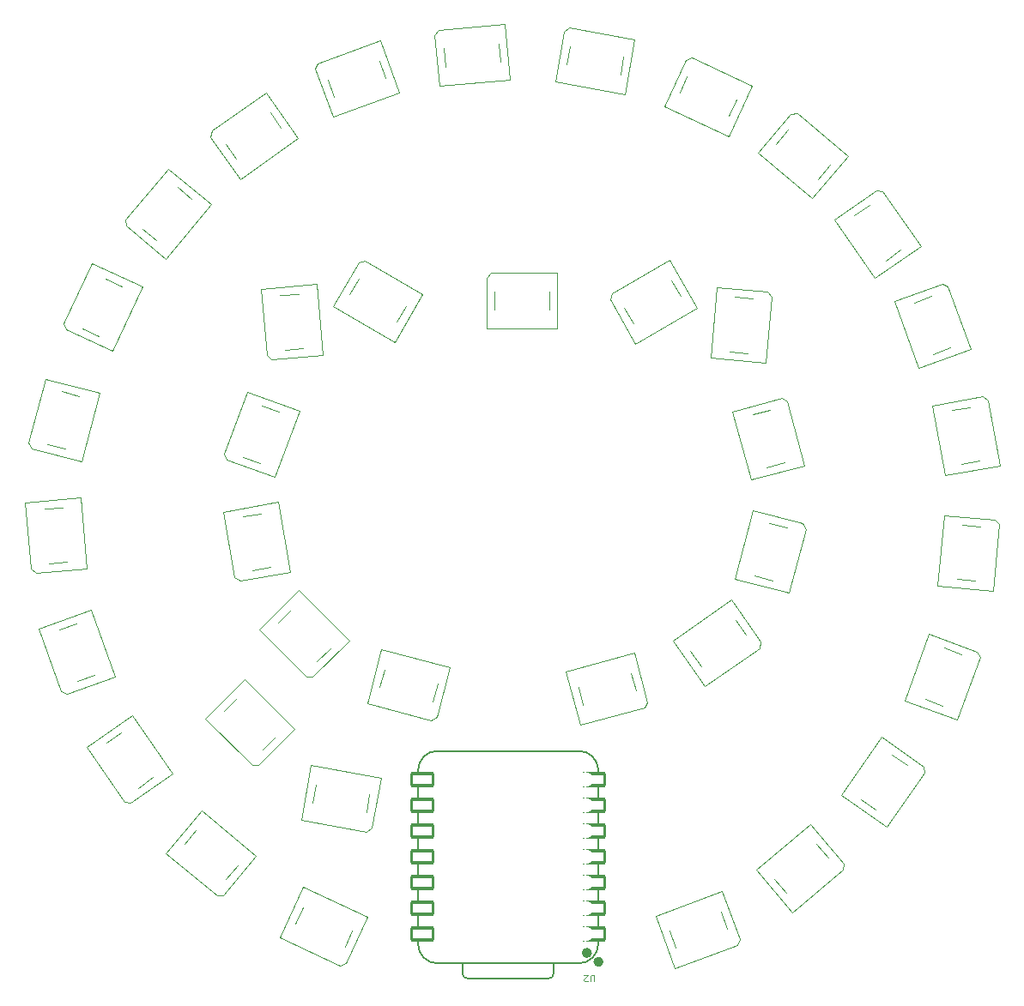
<source format=gto>
%TF.GenerationSoftware,KiCad,Pcbnew,9.0.1*%
%TF.CreationDate,2025-04-13T21:02:41-04:00*%
%TF.ProjectId,SuperPixel,53757065-7250-4697-9865-6c2e6b696361,rev?*%
%TF.SameCoordinates,Original*%
%TF.FileFunction,Legend,Top*%
%TF.FilePolarity,Positive*%
%FSLAX46Y46*%
G04 Gerber Fmt 4.6, Leading zero omitted, Abs format (unit mm)*
G04 Created by KiCad (PCBNEW 9.0.1) date 2025-04-13 21:02:41*
%MOMM*%
%LPD*%
G01*
G04 APERTURE LIST*
G04 Aperture macros list*
%AMRoundRect*
0 Rectangle with rounded corners*
0 $1 Rounding radius*
0 $2 $3 $4 $5 $6 $7 $8 $9 X,Y pos of 4 corners*
0 Add a 4 corners polygon primitive as box body*
4,1,4,$2,$3,$4,$5,$6,$7,$8,$9,$2,$3,0*
0 Add four circle primitives for the rounded corners*
1,1,$1+$1,$2,$3*
1,1,$1+$1,$4,$5*
1,1,$1+$1,$6,$7*
1,1,$1+$1,$8,$9*
0 Add four rect primitives between the rounded corners*
20,1,$1+$1,$2,$3,$4,$5,0*
20,1,$1+$1,$4,$5,$6,$7,0*
20,1,$1+$1,$6,$7,$8,$9,0*
20,1,$1+$1,$8,$9,$2,$3,0*%
%AMRotRect*
0 Rectangle, with rotation*
0 The origin of the aperture is its center*
0 $1 length*
0 $2 width*
0 $3 Rotation angle, in degrees counterclockwise*
0 Add horizontal line*
21,1,$1,$2,0,0,$3*%
G04 Aperture macros list end*
%ADD10C,0.101600*%
%ADD11C,0.127000*%
%ADD12C,0.100000*%
%ADD13C,0.504000*%
%ADD14C,0.120000*%
%ADD15RoundRect,0.152400X-1.063600X-0.609600X1.063600X-0.609600X1.063600X0.609600X-1.063600X0.609600X0*%
%ADD16C,1.524000*%
%ADD17RoundRect,0.152400X1.063600X0.609600X-1.063600X0.609600X-1.063600X-0.609600X1.063600X-0.609600X0*%
%ADD18RotRect,1.500000X1.000000X155.000000*%
%ADD19RotRect,1.500000X1.000000X185.000000*%
%ADD20RotRect,1.500000X1.000000X210.000000*%
%ADD21RotRect,1.500000X1.000000X305.000000*%
%ADD22RotRect,1.500000X1.000000X125.000000*%
%ADD23RotRect,1.500000X1.000000X140.000000*%
%ADD24RotRect,1.500000X1.000000X35.000000*%
%ADD25RotRect,1.500000X1.000000X15.000000*%
%ADD26RotRect,1.500000X1.000000X100.000000*%
%ADD27RotRect,1.500000X1.000000X150.000000*%
%ADD28R,1.500000X1.000000*%
%ADD29RotRect,1.500000X1.000000X20.000000*%
%ADD30RotRect,1.500000X1.000000X105.000000*%
%ADD31RotRect,1.500000X1.000000X40.000000*%
%ADD32RotRect,1.500000X1.000000X275.000000*%
%ADD33RotRect,1.500000X1.000000X345.000000*%
%ADD34RotRect,1.500000X1.000000X280.000000*%
%ADD35RotRect,1.500000X1.000000X245.000000*%
%ADD36RotRect,1.500000X1.000000X230.000000*%
%ADD37RotRect,1.500000X1.000000X250.000000*%
%ADD38RotRect,1.500000X1.000000X315.000000*%
%ADD39RotRect,1.500000X1.000000X110.000000*%
%ADD40RotRect,1.500000X1.000000X320.000000*%
%ADD41RotRect,1.500000X1.000000X255.000000*%
%ADD42RotRect,1.500000X1.000000X170.000000*%
%ADD43RotRect,1.500000X1.000000X350.000000*%
%ADD44RotRect,1.500000X1.000000X290.000000*%
%ADD45RotRect,1.500000X1.000000X70.000000*%
%ADD46RotRect,1.500000X1.000000X75.000000*%
%ADD47RotRect,1.500000X1.000000X200.000000*%
%ADD48RotRect,1.500000X1.000000X55.000000*%
%ADD49RotRect,1.500000X1.000000X85.000000*%
%ADD50RotRect,1.500000X1.000000X215.000000*%
%ADD51RotRect,1.500000X1.000000X335.000000*%
G04 APERTURE END LIST*
D10*
X162938809Y-131966520D02*
X162938809Y-131452473D01*
X162938809Y-131452473D02*
X162908571Y-131391997D01*
X162908571Y-131391997D02*
X162878333Y-131361759D01*
X162878333Y-131361759D02*
X162817857Y-131331520D01*
X162817857Y-131331520D02*
X162696904Y-131331520D01*
X162696904Y-131331520D02*
X162636428Y-131361759D01*
X162636428Y-131361759D02*
X162606190Y-131391997D01*
X162606190Y-131391997D02*
X162575952Y-131452473D01*
X162575952Y-131452473D02*
X162575952Y-131966520D01*
X162303809Y-131906044D02*
X162273571Y-131936282D01*
X162273571Y-131936282D02*
X162213095Y-131966520D01*
X162213095Y-131966520D02*
X162061904Y-131966520D01*
X162061904Y-131966520D02*
X162001428Y-131936282D01*
X162001428Y-131936282D02*
X161971190Y-131906044D01*
X161971190Y-131906044D02*
X161940952Y-131845568D01*
X161940952Y-131845568D02*
X161940952Y-131785092D01*
X161940952Y-131785092D02*
X161971190Y-131694378D01*
X161971190Y-131694378D02*
X162334047Y-131331520D01*
X162334047Y-131331520D02*
X161940952Y-131331520D01*
D11*
%TO.C,U2*%
X163345000Y-111111000D02*
X163345000Y-128256000D01*
X161440000Y-109206000D02*
X147470000Y-109206000D01*
X158950000Y-130161000D02*
X158946272Y-131171272D01*
X158446272Y-131671000D02*
X150451000Y-131671000D01*
X149951000Y-131171000D02*
X149951000Y-130161000D01*
D12*
X147470000Y-130161000D02*
X161440000Y-130161000D01*
D11*
X147470000Y-130161000D02*
X161440000Y-130161000D01*
X145565000Y-111111000D02*
X145565000Y-128256000D01*
X163345000Y-128256000D02*
G75*
G02*
X161440000Y-130161000I-1905001J1D01*
G01*
X161440000Y-109206000D02*
G75*
G02*
X163345000Y-111111000I-1J-1905001D01*
G01*
X158946272Y-131171272D02*
G75*
G02*
X158446272Y-131670999I-500018J291D01*
G01*
X150451000Y-131671000D02*
G75*
G02*
X149951000Y-131171000I0J500000D01*
G01*
X147470000Y-130161000D02*
G75*
G02*
X145565000Y-128256000I0J1905000D01*
G01*
X145565000Y-111111000D02*
G75*
G02*
X147470000Y-109206000I1905000J0D01*
G01*
D13*
X163611000Y-130020000D02*
G75*
G02*
X163107000Y-130020000I-252000J0D01*
G01*
X163107000Y-130020000D02*
G75*
G02*
X163611000Y-130020000I252000J0D01*
G01*
X162468000Y-129140000D02*
G75*
G02*
X161964000Y-129140000I-252000J0D01*
G01*
X161964000Y-129140000D02*
G75*
G02*
X162468000Y-129140000I252000J0D01*
G01*
D14*
%TO.C,D13*%
X171969946Y-40978263D02*
X169835722Y-45555117D01*
X172103325Y-42585188D02*
X171342613Y-44216543D01*
X172567961Y-40760603D02*
X171969946Y-40978263D01*
X176179876Y-48513445D02*
X169835722Y-45555117D01*
X176179876Y-48513445D02*
X178504278Y-43528753D01*
X176997387Y-44867327D02*
X176236675Y-46498682D01*
X178504278Y-43528753D02*
X172567961Y-40760603D01*
%TO.C,D11*%
X147202860Y-38513797D02*
X147642997Y-43544581D01*
X147611928Y-38026290D02*
X147202860Y-38513797D01*
X148121834Y-39838745D02*
X148278712Y-41631896D01*
X153501288Y-39368104D02*
X153658166Y-41161255D01*
X154137003Y-37455419D02*
X147611928Y-38026290D01*
X154616360Y-42934490D02*
X147642997Y-43544581D01*
X154616360Y-42934490D02*
X154137003Y-37455419D01*
%TO.C,D28*%
X164490679Y-64618778D02*
X167015676Y-68992200D01*
X164655389Y-64004068D02*
X164490679Y-64618778D01*
X165883497Y-65431214D02*
X166783496Y-66990060D01*
X170327854Y-60729072D02*
X164655389Y-64004068D01*
X170560034Y-62731212D02*
X171460033Y-64290058D01*
X173077855Y-65492201D02*
X167015676Y-68992200D01*
X173077855Y-65492201D02*
X170327854Y-60729072D01*
%TO.C,D3*%
X112856403Y-108831301D02*
X116613328Y-114196747D01*
X114830694Y-108425506D02*
X116305169Y-107393071D01*
X116613328Y-114196747D02*
X117240054Y-114307257D01*
X117240054Y-114307257D02*
X121376773Y-111410697D01*
X117361739Y-105676632D02*
X112856403Y-108831301D01*
X117361739Y-105676632D02*
X121376773Y-111410697D01*
X117928007Y-112848927D02*
X119402482Y-111816492D01*
%TO.C,D15*%
X190078581Y-55312072D02*
X188604105Y-56344508D01*
X190644849Y-62484367D02*
X186629815Y-56750302D01*
X190644849Y-62484367D02*
X195150185Y-59329698D01*
X190766534Y-53853742D02*
X186629815Y-56750302D01*
X191393260Y-53964252D02*
X190766534Y-53853742D01*
X193175895Y-59735492D02*
X191701419Y-60767928D01*
X195150185Y-59329698D02*
X191393260Y-53964252D01*
%TO.C,D14*%
X182030189Y-47875033D02*
X180873170Y-49253914D01*
X182317257Y-46288341D02*
X179071179Y-50156863D01*
X182951230Y-46232876D02*
X182317257Y-46288341D01*
X184433489Y-54656377D02*
X179071179Y-50156863D01*
X184433489Y-54656377D02*
X187968821Y-50443137D01*
X186166830Y-51346086D02*
X185009811Y-52724967D01*
X187968821Y-50443137D02*
X182951230Y-46232876D01*
%TO.C,D24*%
X170710989Y-98289476D02*
X173865660Y-102794805D01*
X170710989Y-98289476D02*
X176445052Y-94274441D01*
X173459863Y-100820517D02*
X172427424Y-99346043D01*
X173865660Y-102794805D02*
X179231103Y-99037881D01*
X177883288Y-97723203D02*
X176850849Y-96248729D01*
X179231103Y-99037881D02*
X179341613Y-98411151D01*
X179341613Y-98411151D02*
X176445052Y-94274441D01*
%TO.C,D23*%
X160127507Y-101339574D02*
X161551014Y-106652160D01*
X160127507Y-101339574D02*
X166888986Y-99527840D01*
X161551014Y-106652160D02*
X167877825Y-104956896D01*
X161844937Y-104658145D02*
X161379060Y-102919478D01*
X167060940Y-103260522D02*
X166595063Y-101521855D01*
X167877825Y-104956896D02*
X168196025Y-104405759D01*
X168196025Y-104405759D02*
X166888986Y-99527840D01*
%TO.C,D17*%
X197510675Y-81989302D02*
X196295140Y-75095648D01*
X197510675Y-81989302D02*
X202927116Y-81034238D01*
X200028605Y-75249679D02*
X198255950Y-75562244D01*
X200966306Y-80567642D02*
X199193651Y-80880207D01*
X201268419Y-74218726D02*
X196295140Y-75095648D01*
X201789722Y-74583748D02*
X201268419Y-74218726D01*
X202927116Y-81034238D02*
X201789722Y-74583748D01*
%TO.C,D30*%
X139691731Y-62570576D02*
X138791731Y-64129423D01*
X139698912Y-60958142D02*
X137173911Y-65331568D01*
X140313622Y-60793430D02*
X139698912Y-60958142D01*
X143236088Y-68831569D02*
X137173911Y-65331568D01*
X143236088Y-68831569D02*
X145986089Y-64068432D01*
X144368269Y-65270577D02*
X143468269Y-66829424D01*
X145986089Y-64068432D02*
X140313622Y-60793430D01*
%TO.C,D29*%
X152310000Y-62460000D02*
X152310000Y-67510000D01*
X152760000Y-62010000D02*
X152310000Y-62460000D01*
X153109999Y-63860000D02*
X153109999Y-65660000D01*
X158510001Y-63860000D02*
X158510001Y-65660000D01*
X159310000Y-62010000D02*
X152760000Y-62010000D01*
X159310000Y-67510000D02*
X152310000Y-67510000D01*
X159310000Y-67510000D02*
X159310000Y-62010000D01*
%TO.C,D22*%
X168980520Y-125462919D02*
X170861633Y-130631222D01*
X168980520Y-125462919D02*
X175558367Y-123068778D01*
X170861633Y-130631222D02*
X177016617Y-128390991D01*
X170980648Y-128619178D02*
X170365010Y-126927731D01*
X176054990Y-126772269D02*
X175439352Y-125080822D01*
X177016617Y-128390991D02*
X177285571Y-127814219D01*
X177285571Y-127814219D02*
X175558367Y-123068778D01*
%TO.C,D26*%
X178388114Y-82437479D02*
X176576382Y-75675998D01*
X178388114Y-82437479D02*
X183700698Y-81013972D01*
X180309061Y-75504045D02*
X178570395Y-75969922D01*
X181454299Y-74368962D02*
X176576382Y-75675998D01*
X181706685Y-80720048D02*
X179968019Y-81185925D01*
X182005436Y-74687160D02*
X181454299Y-74368962D01*
X183700698Y-81013972D02*
X182005436Y-74687160D01*
%TO.C,D21*%
X178911179Y-120923138D02*
X182446512Y-125136374D01*
X178911179Y-120923138D02*
X184273488Y-116423626D01*
X181870189Y-123204967D02*
X180713169Y-121826087D01*
X182446512Y-125136374D02*
X187464099Y-120926118D01*
X186006831Y-119733913D02*
X184849811Y-118355033D01*
X187464099Y-120926118D02*
X187519566Y-120292143D01*
X187519566Y-120292143D02*
X184273488Y-116423626D01*
%TO.C,D5*%
X106795424Y-84672999D02*
X107366292Y-91198071D01*
X107366292Y-91198071D02*
X107853802Y-91607139D01*
X107853802Y-91607139D02*
X112884576Y-91167001D01*
X108708104Y-85308712D02*
X110501255Y-85151831D01*
X109178745Y-90688169D02*
X110971896Y-90531288D01*
X112274487Y-84193639D02*
X106795424Y-84672999D01*
X112274487Y-84193639D02*
X112884576Y-91167001D01*
%TO.C,D35*%
X140537510Y-104470429D02*
X146864321Y-106165692D01*
X141789063Y-102890522D02*
X142254936Y-101151854D01*
X141961010Y-99157839D02*
X140537510Y-104470429D01*
X141961010Y-99157839D02*
X148722490Y-100969571D01*
X146864321Y-106165692D02*
X147415458Y-105847494D01*
X147005064Y-104288146D02*
X147470937Y-102549478D01*
X147415458Y-105847494D02*
X148722490Y-100969571D01*
%TO.C,D33*%
X126344010Y-85590707D02*
X127481407Y-92041195D01*
X127481407Y-92041195D02*
X128002712Y-92406219D01*
X128002712Y-92406219D02*
X132975990Y-91529293D01*
X128304823Y-86057302D02*
X130077477Y-85744735D01*
X129242523Y-91375265D02*
X131015177Y-91062698D01*
X131760450Y-84635640D02*
X126344010Y-85590707D01*
X131760450Y-84635640D02*
X132975990Y-91529293D01*
%TO.C,D7*%
X110620025Y-66996510D02*
X110837685Y-67594524D01*
X110837685Y-67594524D02*
X115414536Y-69728749D01*
X112444609Y-67461146D02*
X114075964Y-68221860D01*
X113388176Y-61060193D02*
X110620025Y-66996510D01*
X114726748Y-62567082D02*
X116358103Y-63327796D01*
X118372866Y-63384596D02*
X113388176Y-61060193D01*
X118372866Y-63384596D02*
X115414536Y-69728749D01*
%TO.C,D8*%
X116702879Y-56738771D02*
X116758343Y-57372748D01*
X116758343Y-57372748D02*
X120626865Y-60618816D01*
X118345031Y-57659812D02*
X119723914Y-58816829D01*
X120913135Y-51721184D02*
X116702879Y-56738771D01*
X121816086Y-53523171D02*
X123194969Y-54680188D01*
X125126378Y-55256507D02*
X120626865Y-60618816D01*
X125126378Y-55256507D02*
X120913135Y-51721184D01*
%TO.C,D32*%
X126432685Y-79875507D02*
X126701637Y-80452278D01*
X126701637Y-80452278D02*
X131447085Y-82179479D01*
X128290822Y-80179352D02*
X129982269Y-80794988D01*
X128672915Y-73720521D02*
X126432685Y-79875507D01*
X130137731Y-75105012D02*
X131829178Y-75720648D01*
X133841224Y-75601630D02*
X128672915Y-73720521D01*
X133841224Y-75601630D02*
X131447085Y-82179479D01*
%TO.C,D37*%
X124550588Y-105979667D02*
X129182134Y-110611217D01*
X126424415Y-105237209D02*
X127697207Y-103964413D01*
X128439664Y-102090584D02*
X124550588Y-105979667D01*
X128439664Y-102090584D02*
X133389412Y-107040333D01*
X129182134Y-110611217D02*
X129818526Y-110611217D01*
X129818526Y-110611217D02*
X133389412Y-107040333D01*
X130242793Y-109055587D02*
X131515585Y-107782791D01*
%TO.C,D16*%
X194912915Y-71389479D02*
X192518776Y-64811630D01*
X194912915Y-71389479D02*
X200081224Y-69508370D01*
X196222269Y-64315012D02*
X194530821Y-64930647D01*
X197264225Y-63084430D02*
X192518776Y-64811630D01*
X197840993Y-63353383D02*
X197264225Y-63084430D01*
X198069179Y-69389353D02*
X196377731Y-70004988D01*
X200081224Y-69508370D02*
X197840993Y-63353383D01*
%TO.C,D2*%
X120691179Y-119276865D02*
X125708770Y-123487124D01*
X122493170Y-118373914D02*
X123650189Y-116995033D01*
X124226511Y-115063623D02*
X120691179Y-119276865D01*
X124226511Y-115063623D02*
X129588821Y-119563135D01*
X125708770Y-123487124D02*
X126342743Y-123431659D01*
X126342743Y-123431659D02*
X129588821Y-119563135D01*
X126629811Y-121844967D02*
X127786830Y-120466086D01*
%TO.C,D6*%
X107134309Y-78784322D02*
X107452509Y-79335459D01*
X107452509Y-79335459D02*
X112330427Y-80642489D01*
X108829573Y-72457511D02*
X107134309Y-78784322D01*
X109011853Y-78925065D02*
X110750522Y-79390937D01*
X110409478Y-73709063D02*
X112148147Y-74174935D01*
X114142161Y-73881010D02*
X108829573Y-72457511D01*
X114142161Y-73881010D02*
X112330427Y-80642489D01*
%TO.C,D12*%
X159962564Y-38165332D02*
X159085641Y-43138611D01*
X160483868Y-37800311D02*
X159962564Y-38165332D01*
X160507301Y-39682982D02*
X160194735Y-41455636D01*
X165825265Y-40620682D02*
X165512699Y-42393336D01*
X165979294Y-44354149D02*
X159085641Y-43138611D01*
X165979294Y-44354149D02*
X166934359Y-38937707D01*
X166934359Y-38937707D02*
X160483868Y-37800311D01*
%TO.C,D36*%
X134030586Y-116021579D02*
X140481074Y-117158973D01*
X134985647Y-110605139D02*
X134030586Y-116021579D01*
X134985647Y-110605139D02*
X141879300Y-111820675D01*
X135139678Y-114338603D02*
X135452244Y-112565949D01*
X140457642Y-115276305D02*
X140770208Y-113503651D01*
X140481074Y-117158973D02*
X141002381Y-116793951D01*
X141002381Y-116793951D02*
X141879300Y-111820675D01*
%TO.C,D31*%
X130055419Y-63592998D02*
X130626291Y-70118071D01*
X130626291Y-70118071D02*
X131113798Y-70527141D01*
X131113798Y-70527141D02*
X136144581Y-70087002D01*
X131968104Y-64228712D02*
X133761255Y-64071833D01*
X132438745Y-69608167D02*
X134231896Y-69451288D01*
X135534488Y-63113640D02*
X130055419Y-63592998D01*
X135534488Y-63113640D02*
X136144581Y-70087002D01*
%TO.C,D4*%
X108127312Y-97136612D02*
X110367547Y-103291596D01*
X110139353Y-97255622D02*
X111830806Y-96639991D01*
X110367547Y-103291596D02*
X110944316Y-103560551D01*
X110944316Y-103560551D02*
X115689764Y-101833346D01*
X111986270Y-102329967D02*
X113677723Y-101714336D01*
X113295618Y-95255501D02*
X108127312Y-97136612D01*
X113295618Y-95255501D02*
X115689764Y-101833346D01*
%TO.C,D19*%
X193578776Y-104228372D02*
X195972918Y-97650524D01*
X193578776Y-104228372D02*
X198747082Y-106109476D01*
X197282269Y-104724988D02*
X195590820Y-104109354D01*
X198747082Y-106109476D02*
X200987313Y-99954492D01*
X199129180Y-99650646D02*
X197437731Y-99035012D01*
X200718360Y-99377720D02*
X195972918Y-97650524D01*
X200987313Y-99954492D02*
X200718360Y-99377720D01*
%TO.C,D25*%
X176797839Y-92188990D02*
X178609573Y-85427511D01*
X176797839Y-92188990D02*
X182110427Y-93612489D01*
X180530521Y-92360937D02*
X178791853Y-91895065D01*
X181928147Y-87144935D02*
X180189479Y-86679063D01*
X182110427Y-93612489D02*
X183805691Y-87285678D01*
X183487491Y-86734541D02*
X178609573Y-85427511D01*
X183805691Y-87285678D02*
X183487491Y-86734541D01*
%TO.C,D10*%
X135414950Y-41880226D02*
X137142154Y-46625667D01*
X135683904Y-41303454D02*
X135414950Y-41880226D01*
X136645530Y-42922177D02*
X137261169Y-44613623D01*
X141719873Y-41075267D02*
X142335512Y-42766713D01*
X141838888Y-39063223D02*
X135683904Y-41303454D01*
X143720001Y-44231526D02*
X137142154Y-46625667D01*
X143720001Y-44231526D02*
X141838888Y-39063223D01*
%TO.C,D20*%
X187259815Y-113559695D02*
X191274852Y-107825633D01*
X187259815Y-113559695D02*
X191765148Y-116714367D01*
X190708580Y-114997932D02*
X189234106Y-113965493D01*
X191765148Y-116714367D02*
X195522075Y-111348921D01*
X193805894Y-110574507D02*
X192331420Y-109542068D01*
X195411566Y-110722195D02*
X191274852Y-107825633D01*
X195522075Y-111348921D02*
X195411566Y-110722195D01*
%TO.C,D27*%
X174392863Y-70405776D02*
X175002954Y-63432415D01*
X174392863Y-70405776D02*
X179871928Y-70885127D01*
X178098695Y-69926938D02*
X176305544Y-69770059D01*
X178569338Y-64547483D02*
X176776187Y-64390604D01*
X179871928Y-70885127D02*
X180442798Y-64360056D01*
X180033729Y-63872547D02*
X175002954Y-63432415D01*
X180442798Y-64360056D02*
X180033729Y-63872547D01*
%TO.C,D9*%
X125113743Y-48603469D02*
X128010304Y-52740180D01*
X125224253Y-47976742D02*
X125113743Y-48603469D01*
X126572068Y-49291420D02*
X127604507Y-50765894D01*
X130589696Y-44219820D02*
X125224253Y-47976742D01*
X130995493Y-46194106D02*
X132027932Y-47668580D01*
X133744367Y-48725147D02*
X128010304Y-52740180D01*
X133744367Y-48725147D02*
X130589696Y-44219820D01*
%TO.C,D1*%
X131922360Y-127628508D02*
X137858678Y-130396658D01*
X133429252Y-126289925D02*
X134189967Y-124658579D01*
X134246763Y-122643812D02*
X131922360Y-127628508D01*
X134246763Y-122643812D02*
X140590918Y-125602140D01*
X137858678Y-130396658D02*
X138456697Y-130178998D01*
X138323311Y-128572069D02*
X139084026Y-126940723D01*
X138456697Y-130178998D02*
X140590918Y-125602140D01*
%TO.C,D18*%
X196825419Y-92887002D02*
X197435512Y-85913640D01*
X196825419Y-92887002D02*
X202304488Y-93366360D01*
X200531256Y-92408168D02*
X198738104Y-92251288D01*
X201001896Y-87028712D02*
X199208744Y-86871832D01*
X202304488Y-93366360D02*
X202875359Y-86841285D01*
X202466294Y-86353778D02*
X197435512Y-85913640D01*
X202875359Y-86841285D02*
X202466294Y-86353778D01*
%TO.C,D34*%
X129920584Y-97249671D02*
X134552133Y-101881217D01*
X131794415Y-96507209D02*
X133067208Y-95234414D01*
X133809667Y-93360583D02*
X129920584Y-97249671D01*
X133809667Y-93360583D02*
X138759416Y-98310329D01*
X134552133Y-101881217D02*
X135188531Y-101881219D01*
X135188531Y-101881219D02*
X138759416Y-98310329D01*
X135612792Y-100325586D02*
X136885585Y-99052791D01*
%TD*%
%LPC*%
D15*
%TO.C,U2*%
X162910000Y-127240000D03*
D16*
X162075000Y-127240000D03*
D15*
X162910000Y-124700000D03*
D16*
X162075000Y-124700000D03*
D15*
X162910000Y-122160000D03*
D16*
X162075000Y-122160000D03*
D15*
X162910000Y-119620000D03*
D16*
X162075000Y-119620000D03*
D15*
X162910000Y-117080000D03*
D16*
X162075000Y-117080000D03*
D15*
X162910000Y-114540000D03*
D16*
X162075000Y-114540000D03*
D15*
X162910000Y-112000000D03*
D16*
X162075000Y-112000000D03*
X146835000Y-112000000D03*
D17*
X146000000Y-112000000D03*
D16*
X146835000Y-114540000D03*
D17*
X146000000Y-114540000D03*
D16*
X146835000Y-117080000D03*
D17*
X146000000Y-117080000D03*
D16*
X146835000Y-119620000D03*
D17*
X146000000Y-119620000D03*
D16*
X146835000Y-122160000D03*
D17*
X146000000Y-122160000D03*
D16*
X146835000Y-124700000D03*
D17*
X146000000Y-124700000D03*
D16*
X146835000Y-127240000D03*
D17*
X146000000Y-127240000D03*
%TD*%
D18*
%TO.C,D13*%
X172625736Y-42056427D03*
X171273357Y-44956612D03*
X175714264Y-47027443D03*
X177066643Y-44127258D03*
%TD*%
D19*
%TO.C,D11*%
X148309874Y-39119620D03*
X148588772Y-42307443D03*
X153470126Y-41880380D03*
X153191228Y-38692557D03*
%TD*%
D20*
%TO.C,D28*%
X165750000Y-64700000D03*
X167349998Y-67471282D03*
X171593530Y-65021272D03*
X169993532Y-62249990D03*
%TD*%
D21*
%TO.C,D3*%
X117211205Y-113045645D03*
X119832493Y-111210200D03*
X117021971Y-107196353D03*
X114400683Y-109031798D03*
%TD*%
D22*
%TO.C,D15*%
X190795383Y-55115354D03*
X188174095Y-56950799D03*
X190984617Y-60964646D03*
X193605905Y-59129201D03*
%TD*%
D23*
%TO.C,D14*%
X182671652Y-47499498D03*
X180614731Y-49950840D03*
X184368348Y-53100502D03*
X186425269Y-50649160D03*
%TD*%
D24*
%TO.C,D24*%
X178080000Y-98440000D03*
X176244558Y-95818713D03*
X172230712Y-98629246D03*
X174066154Y-101250533D03*
%TD*%
D25*
%TO.C,D23*%
X167000629Y-104001372D03*
X166172410Y-100910409D03*
X161439371Y-102178628D03*
X162267590Y-105269591D03*
%TD*%
D26*
%TO.C,D17*%
X200761384Y-75374327D03*
X197610000Y-75930000D03*
X198460872Y-80755559D03*
X201612256Y-80199886D03*
%TD*%
D27*
%TO.C,D30*%
X140258238Y-62089359D03*
X138658238Y-64860640D03*
X142901762Y-67310641D03*
X144501762Y-64539360D03*
%TD*%
D28*
%TO.C,D29*%
X153360000Y-63160000D03*
X153360000Y-66360000D03*
X158260000Y-66360000D03*
X158260000Y-63160000D03*
%TD*%
D29*
%TO.C,D22*%
X176059479Y-127515555D03*
X174965017Y-124508540D03*
X170360521Y-126184445D03*
X171454983Y-129191460D03*
%TD*%
D30*
%TO.C,D26*%
X181049910Y-75564355D03*
X177958949Y-76392573D03*
X179227170Y-81125615D03*
X182318131Y-80297397D03*
%TD*%
D31*
%TO.C,D21*%
X186265268Y-120430839D03*
X184208350Y-117979495D03*
X180454732Y-121129161D03*
X182511650Y-123580505D03*
%TD*%
D32*
%TO.C,D5*%
X108459624Y-90500128D03*
X111647445Y-90221232D03*
X111220376Y-85339872D03*
X108032555Y-85618768D03*
%TD*%
D33*
%TO.C,D35*%
X146582409Y-104899585D03*
X147410631Y-101808624D03*
X142677591Y-100540415D03*
X141849369Y-103631376D03*
%TD*%
D34*
%TO.C,D33*%
X128509748Y-91250617D03*
X131661132Y-90694942D03*
X130810252Y-85869383D03*
X127658868Y-86425058D03*
%TD*%
D35*
%TO.C,D7*%
X111915846Y-66938738D03*
X114816031Y-68291114D03*
X116886866Y-63850204D03*
X113986681Y-62497828D03*
%TD*%
D36*
%TO.C,D8*%
X117969501Y-57018351D03*
X120420841Y-59075274D03*
X123570499Y-55321649D03*
X121119159Y-53264726D03*
%TD*%
D37*
%TO.C,D32*%
X127718544Y-79705016D03*
X130725560Y-80799479D03*
X132401456Y-76194984D03*
X129394440Y-75100521D03*
%TD*%
D38*
%TO.C,D37*%
X129571047Y-109373785D03*
X131833790Y-107111046D03*
X128368953Y-103646215D03*
X126106210Y-105908954D03*
%TD*%
D39*
%TO.C,D16*%
X196965560Y-64310521D03*
X193958544Y-65404984D03*
X195634440Y-70009479D03*
X198641456Y-68915016D03*
%TD*%
D40*
%TO.C,D2*%
X125988348Y-122220502D03*
X128045269Y-119769160D03*
X124291652Y-116619498D03*
X122234731Y-119070840D03*
%TD*%
D41*
%TO.C,D6*%
X108400415Y-78502410D03*
X111491376Y-79330633D03*
X112759585Y-74597590D03*
X109668624Y-73769367D03*
%TD*%
D42*
%TO.C,D12*%
X160875058Y-39037029D03*
X160319384Y-42188413D03*
X165144942Y-43039289D03*
X165700616Y-39887905D03*
%TD*%
D43*
%TO.C,D36*%
X140089886Y-115922254D03*
X140645561Y-112770871D03*
X135820000Y-111920000D03*
X135264325Y-115071383D03*
%TD*%
D32*
%TO.C,D31*%
X131719622Y-69420127D03*
X134907445Y-69141228D03*
X134480378Y-64259873D03*
X131292555Y-64538772D03*
%TD*%
D44*
%TO.C,D4*%
X111242984Y-102334459D03*
X114250000Y-101240000D03*
X112574092Y-96635499D03*
X109567076Y-97729958D03*
%TD*%
D45*
%TO.C,D19*%
X199701455Y-100124983D03*
X196694440Y-99030516D03*
X195018545Y-103635017D03*
X198025560Y-104729484D03*
%TD*%
D46*
%TO.C,D25*%
X182539585Y-87567590D03*
X179448624Y-86739367D03*
X178180415Y-91472410D03*
X181271376Y-92300633D03*
%TD*%
D47*
%TO.C,D10*%
X136641042Y-42178890D03*
X137735504Y-45185905D03*
X142340000Y-43510000D03*
X141245538Y-40502985D03*
%TD*%
D48*
%TO.C,D20*%
X194235908Y-111180800D03*
X191614622Y-109345356D03*
X188804092Y-113359200D03*
X191425378Y-115194644D03*
%TD*%
D49*
%TO.C,D27*%
X179244880Y-64857541D03*
X176057059Y-64578641D03*
X175630002Y-69460001D03*
X178817823Y-69738901D03*
%TD*%
D50*
%TO.C,D9*%
X126375356Y-48574623D03*
X128210798Y-51195910D03*
X132224644Y-48385377D03*
X130389202Y-45764090D03*
%TD*%
D51*
%TO.C,D1*%
X137800903Y-129100832D03*
X139153278Y-126200648D03*
X134712375Y-124129816D03*
X133360000Y-127030000D03*
%TD*%
D49*
%TO.C,D18*%
X201677445Y-87338772D03*
X198489622Y-87059873D03*
X198062555Y-91941228D03*
X201250378Y-92220127D03*
%TD*%
D38*
%TO.C,D34*%
X134941044Y-100643781D03*
X137203785Y-98381040D03*
X133738956Y-94916219D03*
X131476215Y-97178960D03*
%TD*%
%LPD*%
M02*

</source>
